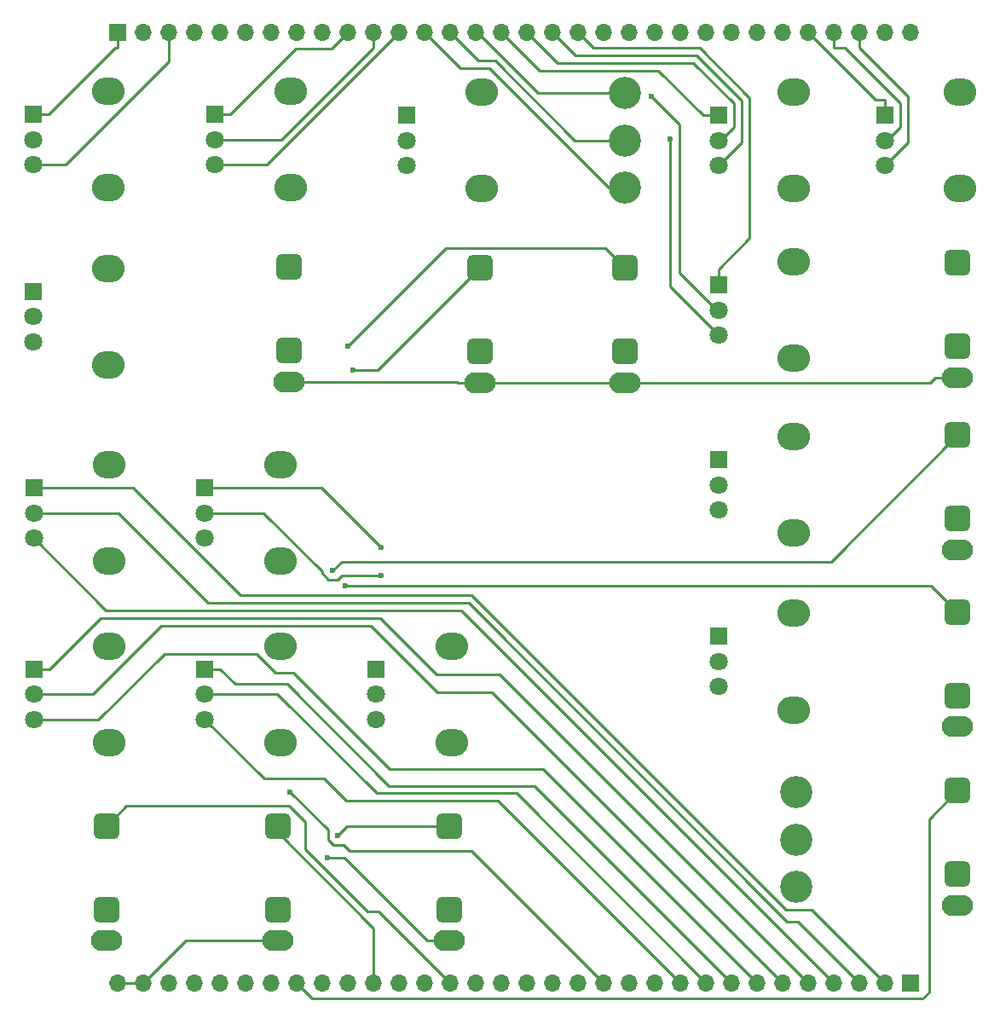
<source format=gbr>
%TF.GenerationSoftware,KiCad,Pcbnew,7.0.9*%
%TF.CreationDate,2024-05-31T23:58:34+01:00*%
%TF.ProjectId,VCO PANEL,56434f20-5041-44e4-954c-2e6b69636164,rev?*%
%TF.SameCoordinates,Original*%
%TF.FileFunction,Copper,L2,Bot*%
%TF.FilePolarity,Positive*%
%FSLAX46Y46*%
G04 Gerber Fmt 4.6, Leading zero omitted, Abs format (unit mm)*
G04 Created by KiCad (PCBNEW 7.0.9) date 2024-05-31 23:58:34*
%MOMM*%
%LPD*%
G01*
G04 APERTURE LIST*
G04 Aperture macros list*
%AMRoundRect*
0 Rectangle with rounded corners*
0 $1 Rounding radius*
0 $2 $3 $4 $5 $6 $7 $8 $9 X,Y pos of 4 corners*
0 Add a 4 corners polygon primitive as box body*
4,1,4,$2,$3,$4,$5,$6,$7,$8,$9,$2,$3,0*
0 Add four circle primitives for the rounded corners*
1,1,$1+$1,$2,$3*
1,1,$1+$1,$4,$5*
1,1,$1+$1,$6,$7*
1,1,$1+$1,$8,$9*
0 Add four rect primitives between the rounded corners*
20,1,$1+$1,$2,$3,$4,$5,0*
20,1,$1+$1,$4,$5,$6,$7,0*
20,1,$1+$1,$6,$7,$8,$9,0*
20,1,$1+$1,$8,$9,$2,$3,0*%
G04 Aperture macros list end*
%TA.AperFunction,ComponentPad*%
%ADD10R,1.700000X1.700000*%
%TD*%
%TA.AperFunction,ComponentPad*%
%ADD11O,1.700000X1.700000*%
%TD*%
%TA.AperFunction,ComponentPad*%
%ADD12RoundRect,0.650000X-0.650000X-0.650000X0.650000X-0.650000X0.650000X0.650000X-0.650000X0.650000X0*%
%TD*%
%TA.AperFunction,ComponentPad*%
%ADD13O,3.100000X2.100000*%
%TD*%
%TA.AperFunction,ComponentPad*%
%ADD14O,3.240000X2.720000*%
%TD*%
%TA.AperFunction,ComponentPad*%
%ADD15R,1.800000X1.800000*%
%TD*%
%TA.AperFunction,ComponentPad*%
%ADD16C,1.800000*%
%TD*%
%TA.AperFunction,ComponentPad*%
%ADD17C,3.200000*%
%TD*%
%TA.AperFunction,ViaPad*%
%ADD18C,0.600000*%
%TD*%
%TA.AperFunction,Conductor*%
%ADD19C,0.250000*%
%TD*%
G04 APERTURE END LIST*
D10*
%TO.P,J1,1,Pin_1*%
%TO.N,VCO1CoarsePot1*%
X104625000Y-53300000D03*
D11*
%TO.P,J1,2,Pin_2*%
%TO.N,VCO1CoarsePot2*%
X107165000Y-53300000D03*
%TO.P,J1,3,Pin_3*%
%TO.N,VCO1CoarsePot3*%
X109705000Y-53300000D03*
%TO.P,J1,4,Pin_4*%
%TO.N,VCO1FinePot1*%
X112245000Y-53300000D03*
%TO.P,J1,5,Pin_5*%
%TO.N,VCO1FinePot2*%
X114785000Y-53300000D03*
%TO.P,J1,6,Pin_6*%
%TO.N,VCO1FinePot3*%
X117325000Y-53300000D03*
%TO.P,J1,7,Pin_7*%
%TO.N,VCO1FMPot1*%
X119865000Y-53300000D03*
%TO.P,J1,8,Pin_8*%
%TO.N,VCO1FMPot2*%
X122405000Y-53300000D03*
%TO.P,J1,9,Pin_9*%
%TO.N,VCO1FMPot3*%
X124945000Y-53300000D03*
%TO.P,J1,10,Pin_10*%
%TO.N,VCO1PwmPot1*%
X127485000Y-53300000D03*
%TO.P,J1,11,Pin_11*%
%TO.N,VCO1PwmPot2*%
X130025000Y-53300000D03*
%TO.P,J1,12,Pin_12*%
%TO.N,VCO1PwmPot3*%
X132565000Y-53300000D03*
%TO.P,J1,13,Pin_13*%
%TO.N,SW1p1*%
X135105000Y-53300000D03*
%TO.P,J1,14,Pin_14*%
%TO.N,SW1p2*%
X137645000Y-53300000D03*
%TO.P,J1,15,Pin_15*%
%TO.N,SW1p3*%
X140185000Y-53300000D03*
%TO.P,J1,16,Pin_16*%
%TO.N,VCO2CoarsePot1*%
X142725000Y-53300000D03*
%TO.P,J1,17,Pin_17*%
%TO.N,VCO2CoarsePot2*%
X145265000Y-53300000D03*
%TO.P,J1,18,Pin_18*%
%TO.N,VCO2CoarsePot3*%
X147805000Y-53300000D03*
%TO.P,J1,19,Pin_19*%
%TO.N,VCO2FinePot1*%
X150345000Y-53300000D03*
%TO.P,J1,20,Pin_20*%
%TO.N,VCO2FinePot2*%
X152885000Y-53300000D03*
%TO.P,J1,21,Pin_21*%
%TO.N,VCO2FinePot3*%
X155425000Y-53300000D03*
%TO.P,J1,22,Pin_22*%
%TO.N,VCO2FMPot1*%
X157965000Y-53300000D03*
%TO.P,J1,23,Pin_23*%
%TO.N,VCO2FMPot2*%
X160505000Y-53300000D03*
%TO.P,J1,24,Pin_24*%
%TO.N,VCO2FMPot3*%
X163045000Y-53300000D03*
%TO.P,J1,25,Pin_25*%
%TO.N,VCO2PwmPot1*%
X165585000Y-53300000D03*
%TO.P,J1,26,Pin_26*%
%TO.N,VCO2PwmPot2*%
X168125000Y-53300000D03*
%TO.P,J1,27,Pin_27*%
%TO.N,VCO2PwmPot3*%
X170665000Y-53300000D03*
%TO.P,J1,28,Pin_28*%
%TO.N,VCO2IDKPot1*%
X173205000Y-53300000D03*
%TO.P,J1,29,Pin_29*%
%TO.N,VCO2IDKPot2*%
X175745000Y-53300000D03*
%TO.P,J1,30,Pin_30*%
%TO.N,VCO2IDKPot3*%
X178285000Y-53300000D03*
%TO.P,J1,31,Pin_31*%
%TO.N,SW2p1*%
X180825000Y-53300000D03*
%TO.P,J1,32,Pin_32*%
%TO.N,SW2p2*%
X183365000Y-53300000D03*
%TD*%
D12*
%TO.P,J5,R*%
%TO.N,unconnected-(J5-PadR)*%
X188000000Y-119130000D03*
D13*
%TO.P,J5,S*%
%TO.N,Ground*%
X188000000Y-122230000D03*
D12*
%TO.P,J5,T*%
%TO.N,fmIn2*%
X188000000Y-110830000D03*
%TD*%
D14*
%TO.P,RV9,*%
%TO.N,*%
X188275000Y-59200000D03*
X188275000Y-68800000D03*
D15*
%TO.P,RV9,1,1*%
%TO.N,VCO2IDKPot1*%
X180775000Y-61500000D03*
D16*
%TO.P,RV9,2,2*%
%TO.N,VCO2IDKPot2*%
X180775000Y-64000000D03*
%TO.P,RV9,3,3*%
%TO.N,VCO2IDKPot3*%
X180775000Y-66500000D03*
%TD*%
D12*
%TO.P,J11,R*%
%TO.N,unconnected-(J11-PadR)*%
X155000000Y-84972600D03*
D13*
%TO.P,J11,S*%
%TO.N,Ground*%
X155000000Y-88072600D03*
D12*
%TO.P,J11,T*%
%TO.N,vcoOut1*%
X155000000Y-76672600D03*
%TD*%
D14*
%TO.P,RV4,*%
%TO.N,*%
X121775000Y-59120000D03*
X121775000Y-68720000D03*
D15*
%TO.P,RV4,1,1*%
%TO.N,VCO1PwmPot1*%
X114275000Y-61420000D03*
D16*
%TO.P,RV4,2,2*%
%TO.N,VCO1PwmPot2*%
X114275000Y-63920000D03*
%TO.P,RV4,3,3*%
%TO.N,VCO1PwmPot3*%
X114275000Y-66420000D03*
%TD*%
D14*
%TO.P,RV8,*%
%TO.N,*%
X171775000Y-93400000D03*
X171775000Y-103000000D03*
D15*
%TO.P,RV8,1,1*%
%TO.N,VCO2PwmPot1*%
X164275000Y-95700000D03*
D16*
%TO.P,RV8,2,2*%
%TO.N,VCO2PwmPot2*%
X164275000Y-98200000D03*
%TO.P,RV8,3,3*%
%TO.N,VCO2PwmPot3*%
X164275000Y-100700000D03*
%TD*%
D12*
%TO.P,J10,R*%
%TO.N,unconnected-(J10-PadR)*%
X120500000Y-140380000D03*
D13*
%TO.P,J10,S*%
%TO.N,Ground*%
X120500000Y-143480000D03*
D12*
%TO.P,J10,T*%
%TO.N,fmIn3*%
X120500000Y-132080000D03*
%TD*%
D14*
%TO.P,RV2,*%
%TO.N,*%
X103682500Y-76700000D03*
X103682500Y-86300000D03*
D15*
%TO.P,RV2,1,1*%
%TO.N,VCO1FinePot1*%
X96182500Y-79000000D03*
D16*
%TO.P,RV2,2,2*%
%TO.N,VCO1FinePot2*%
X96182500Y-81500000D03*
%TO.P,RV2,3,3*%
%TO.N,VCO1FinePot3*%
X96182500Y-84000000D03*
%TD*%
D17*
%TO.P,SW2,1,A*%
%TO.N,SW2p1*%
X172000000Y-138150000D03*
%TO.P,SW2,2,B*%
%TO.N,SW2p2*%
X172000000Y-133450000D03*
%TO.P,SW2,3,C*%
%TO.N,SW2p3*%
X172000000Y-128750000D03*
%TD*%
D14*
%TO.P,RV3,*%
%TO.N,*%
X140775000Y-59200000D03*
X140775000Y-68800000D03*
D15*
%TO.P,RV3,1,1*%
%TO.N,VCO1FMPot1*%
X133275000Y-61500000D03*
D16*
%TO.P,RV3,2,2*%
%TO.N,VCO1FMPot2*%
X133275000Y-64000000D03*
%TO.P,RV3,3,3*%
%TO.N,VCO1FMPot3*%
X133275000Y-66500000D03*
%TD*%
D12*
%TO.P,J12,R*%
%TO.N,unconnected-(J12-PadR)*%
X137500000Y-140380000D03*
D13*
%TO.P,J12,S*%
%TO.N,Ground*%
X137500000Y-143480000D03*
D12*
%TO.P,J12,T*%
%TO.N,mixOut*%
X137500000Y-132080000D03*
%TD*%
D14*
%TO.P,RV13,*%
%TO.N,*%
X137775000Y-114200000D03*
X137775000Y-123800000D03*
D15*
%TO.P,RV13,1,1*%
%TO.N,VCO3WaveMixPot1*%
X130275000Y-116500000D03*
D16*
%TO.P,RV13,2,2*%
%TO.N,VCO3WaveMixPot2*%
X130275000Y-119000000D03*
%TO.P,RV13,3,3*%
%TO.N,VCO3WaveMixPot3*%
X130275000Y-121500000D03*
%TD*%
D14*
%TO.P,RV1,*%
%TO.N,*%
X103682500Y-59120000D03*
X103682500Y-68720000D03*
D15*
%TO.P,RV1,1,1*%
%TO.N,VCO1CoarsePot1*%
X96182500Y-61420000D03*
D16*
%TO.P,RV1,2,2*%
%TO.N,VCO1CoarsePot2*%
X96182500Y-63920000D03*
%TO.P,RV1,3,3*%
%TO.N,VCO1CoarsePot3*%
X96182500Y-66420000D03*
%TD*%
D14*
%TO.P,RV10,*%
%TO.N,*%
X103775000Y-96200000D03*
X103775000Y-105800000D03*
D15*
%TO.P,RV10,1,1*%
%TO.N,VCO3CoarsePot1*%
X96275000Y-98500000D03*
D16*
%TO.P,RV10,2,2*%
%TO.N,VCO3CoarsePot2*%
X96275000Y-101000000D03*
%TO.P,RV10,3,3*%
%TO.N,VCO3CoarsePot3*%
X96275000Y-103500000D03*
%TD*%
D14*
%TO.P,RV14,*%
%TO.N,*%
X120775000Y-96200000D03*
X120775000Y-105800000D03*
D15*
%TO.P,RV14,1,1*%
%TO.N,VCO3PwmPot1*%
X113275000Y-98500000D03*
D16*
%TO.P,RV14,2,2*%
%TO.N,VCO3PwmPot2*%
X113275000Y-101000000D03*
%TO.P,RV14,3,3*%
%TO.N,VCO3PwmPot3*%
X113275000Y-103500000D03*
%TD*%
D14*
%TO.P,RV11,*%
%TO.N,*%
X103775000Y-114200000D03*
X103775000Y-123800000D03*
D15*
%TO.P,RV11,1,1*%
%TO.N,VCO3FinePot1*%
X96275000Y-116500000D03*
D16*
%TO.P,RV11,2,2*%
%TO.N,VCO3FinePot2*%
X96275000Y-119000000D03*
%TO.P,RV11,3,3*%
%TO.N,VCO3FinePot3*%
X96275000Y-121500000D03*
%TD*%
D12*
%TO.P,J4,R*%
%TO.N,unconnected-(J4-PadR)*%
X103500000Y-140380000D03*
D13*
%TO.P,J4,S*%
%TO.N,Ground*%
X103500000Y-143480000D03*
D12*
%TO.P,J4,T*%
%TO.N,cvIn3*%
X103500000Y-132080000D03*
%TD*%
D10*
%TO.P,J2,1,Pin_1*%
%TO.N,SW2p3*%
X183375000Y-147700000D03*
D11*
%TO.P,J2,2,Pin_2*%
%TO.N,VCO3CoarsePot1*%
X180835000Y-147700000D03*
%TO.P,J2,3,Pin_3*%
%TO.N,VCO3CoarsePot2*%
X178295000Y-147700000D03*
%TO.P,J2,4,Pin_4*%
%TO.N,VCO3CoarsePot3*%
X175755000Y-147700000D03*
%TO.P,J2,5,Pin_5*%
%TO.N,VCO3FinePot1*%
X173215000Y-147700000D03*
%TO.P,J2,6,Pin_6*%
%TO.N,VCO3FinePot2*%
X170675000Y-147700000D03*
%TO.P,J2,7,Pin_7*%
%TO.N,VCO3FinePot3*%
X168135000Y-147700000D03*
%TO.P,J2,8,Pin_8*%
%TO.N,VCO3FMPot1*%
X165595000Y-147700000D03*
%TO.P,J2,9,Pin_9*%
%TO.N,VCO3FMPot2*%
X163055000Y-147700000D03*
%TO.P,J2,10,Pin_10*%
%TO.N,VCO3FMPot3*%
X160515000Y-147700000D03*
%TO.P,J2,11,Pin_11*%
%TO.N,VCO3PwmPot1*%
X157975000Y-147700000D03*
%TO.P,J2,12,Pin_12*%
%TO.N,VCO3PwmPot2*%
X155435000Y-147700000D03*
%TO.P,J2,13,Pin_13*%
%TO.N,VCO3PwmPot3*%
X152895000Y-147700000D03*
%TO.P,J2,14,Pin_14*%
%TO.N,VCO3WaveMixPot1*%
X150355000Y-147700000D03*
%TO.P,J2,15,Pin_15*%
%TO.N,VCO3WaveMixPot2*%
X147815000Y-147700000D03*
%TO.P,J2,16,Pin_16*%
%TO.N,VCO3WaveMixPot3*%
X145275000Y-147700000D03*
%TO.P,J2,17,Pin_17*%
%TO.N,cvIn1*%
X142735000Y-147700000D03*
%TO.P,J2,18,Pin_18*%
%TO.N,cvIn2*%
X140195000Y-147700000D03*
%TO.P,J2,19,Pin_19*%
%TO.N,cvIn3*%
X137655000Y-147700000D03*
%TO.P,J2,20,Pin_20*%
%TO.N,fmIn1*%
X135115000Y-147700000D03*
%TO.P,J2,21,Pin_21*%
%TO.N,fmIn2*%
X132575000Y-147700000D03*
%TO.P,J2,22,Pin_22*%
%TO.N,fmIn3*%
X130035000Y-147700000D03*
%TO.P,J2,23,Pin_23*%
%TO.N,pwmIn*%
X127495000Y-147700000D03*
%TO.P,J2,24,Pin_24*%
%TO.N,vcoOut1*%
X124955000Y-147700000D03*
%TO.P,J2,25,Pin_25*%
%TO.N,vcoOut2*%
X122415000Y-147700000D03*
%TO.P,J2,26,Pin_26*%
%TO.N,mixOut*%
X119875000Y-147700000D03*
%TO.P,J2,27,Pin_27*%
%TO.N,unconnected-(J2-Pin_27-Pad27)*%
X117335000Y-147700000D03*
%TO.P,J2,28,Pin_28*%
%TO.N,unconnected-(J2-Pin_28-Pad28)*%
X114795000Y-147700000D03*
%TO.P,J2,29,Pin_29*%
%TO.N,unconnected-(J2-Pin_29-Pad29)*%
X112255000Y-147700000D03*
%TO.P,J2,30,Pin_30*%
%TO.N,unconnected-(J2-Pin_30-Pad30)*%
X109715000Y-147700000D03*
%TO.P,J2,31,Pin_31*%
%TO.N,Ground*%
X107175000Y-147700000D03*
%TO.P,J2,32,Pin_32*%
X104635000Y-147700000D03*
%TD*%
D12*
%TO.P,J6,R*%
%TO.N,unconnected-(J6-PadR)*%
X188000000Y-101580000D03*
D13*
%TO.P,J6,S*%
%TO.N,Ground*%
X188000000Y-104680000D03*
D12*
%TO.P,J6,T*%
%TO.N,pwmIn*%
X188000000Y-93280000D03*
%TD*%
%TO.P,J7,R*%
%TO.N,unconnected-(J7-PadR)*%
X188000000Y-136880000D03*
D13*
%TO.P,J7,S*%
%TO.N,Ground*%
X188000000Y-139980000D03*
D12*
%TO.P,J7,T*%
%TO.N,vcoOut2*%
X188000000Y-128580000D03*
%TD*%
D14*
%TO.P,RV12,*%
%TO.N,*%
X120775000Y-114200000D03*
X120775000Y-123800000D03*
D15*
%TO.P,RV12,1,1*%
%TO.N,VCO3FMPot1*%
X113275000Y-116500000D03*
D16*
%TO.P,RV12,2,2*%
%TO.N,VCO3FMPot2*%
X113275000Y-119000000D03*
%TO.P,RV12,3,3*%
%TO.N,VCO3FMPot3*%
X113275000Y-121500000D03*
%TD*%
D14*
%TO.P,RV5,*%
%TO.N,*%
X171775000Y-59200000D03*
X171775000Y-68800000D03*
D15*
%TO.P,RV5,1,1*%
%TO.N,VCO2CoarsePot1*%
X164275000Y-61500000D03*
D16*
%TO.P,RV5,2,2*%
%TO.N,VCO2CoarsePot2*%
X164275000Y-64000000D03*
%TO.P,RV5,3,3*%
%TO.N,VCO2CoarsePot3*%
X164275000Y-66500000D03*
%TD*%
D12*
%TO.P,J3,R*%
%TO.N,unconnected-(J3-PadR)*%
X121592500Y-84880000D03*
D13*
%TO.P,J3,S*%
%TO.N,Ground*%
X121592500Y-87980000D03*
D12*
%TO.P,J3,T*%
%TO.N,cvIn1*%
X121592500Y-76580000D03*
%TD*%
%TO.P,J8,R*%
%TO.N,unconnected-(J8-PadR)*%
X188000000Y-84430000D03*
D13*
%TO.P,J8,S*%
%TO.N,Ground*%
X188000000Y-87530000D03*
D12*
%TO.P,J8,T*%
%TO.N,cvIn2*%
X188000000Y-76130000D03*
%TD*%
D17*
%TO.P,SW1,1,A*%
%TO.N,SW1p1*%
X155000000Y-68700000D03*
%TO.P,SW1,2,B*%
%TO.N,SW1p2*%
X155000000Y-64000000D03*
%TO.P,SW1,3,C*%
%TO.N,SW1p3*%
X155000000Y-59300000D03*
%TD*%
D12*
%TO.P,J9,R*%
%TO.N,unconnected-(J9-PadR)*%
X140592500Y-84960000D03*
D13*
%TO.P,J9,S*%
%TO.N,Ground*%
X140592500Y-88060000D03*
D12*
%TO.P,J9,T*%
%TO.N,fmIn1*%
X140592500Y-76660000D03*
%TD*%
D14*
%TO.P,RV6,*%
%TO.N,*%
X171775000Y-76050000D03*
X171775000Y-85650000D03*
D15*
%TO.P,RV6,1,1*%
%TO.N,VCO2FinePot1*%
X164275000Y-78350000D03*
D16*
%TO.P,RV6,2,2*%
%TO.N,VCO2FinePot2*%
X164275000Y-80850000D03*
%TO.P,RV6,3,3*%
%TO.N,VCO2FinePot3*%
X164275000Y-83350000D03*
%TD*%
D14*
%TO.P,RV7,*%
%TO.N,*%
X171775000Y-110950000D03*
X171775000Y-120550000D03*
D15*
%TO.P,RV7,1,1*%
%TO.N,VCO2FMPot1*%
X164275000Y-113250000D03*
D16*
%TO.P,RV7,2,2*%
%TO.N,VCO2FMPot2*%
X164275000Y-115750000D03*
%TO.P,RV7,3,3*%
%TO.N,VCO2FMPot3*%
X164275000Y-118250000D03*
%TD*%
D18*
%TO.N,VCO2FinePot2*%
X157638300Y-59644900D03*
%TO.N,VCO2FinePot3*%
X159478200Y-63836000D03*
%TO.N,VCO3PwmPot1*%
X130791300Y-104422400D03*
%TO.N,VCO3PwmPot2*%
X130791300Y-107210200D03*
%TO.N,VCO3PwmPot3*%
X121734900Y-128707900D03*
%TO.N,fmIn1*%
X127960100Y-86825100D03*
%TO.N,fmIn2*%
X127202600Y-108204400D03*
%TO.N,pwmIn*%
X125932200Y-106733300D03*
%TO.N,vcoOut1*%
X127446900Y-84460700D03*
%TO.N,mixOut*%
X126419700Y-133043500D03*
%TO.N,Ground*%
X125401600Y-135241300D03*
%TD*%
D19*
%TO.N,VCO1CoarsePot1*%
X97709200Y-61420000D02*
X104352500Y-54776700D01*
X104625000Y-53300000D02*
X104625000Y-54776700D01*
X96182500Y-61420000D02*
X97709200Y-61420000D01*
X104352500Y-54776700D02*
X104625000Y-54776700D01*
%TO.N,VCO1CoarsePot3*%
X96182500Y-66420000D02*
X99460100Y-66420000D01*
X99460100Y-66420000D02*
X109705000Y-56175100D01*
X109705000Y-56175100D02*
X109705000Y-53300000D01*
%TO.N,VCO1PwmPot1*%
X115801700Y-61420000D02*
X122295500Y-54926200D01*
X122295500Y-54926200D02*
X125858800Y-54926200D01*
X125858800Y-54926200D02*
X127485000Y-53300000D01*
X114275000Y-61420000D02*
X115801700Y-61420000D01*
%TO.N,VCO1PwmPot2*%
X130025000Y-53300000D02*
X130025000Y-54776700D01*
X114275000Y-63920000D02*
X120881700Y-63920000D01*
X120881700Y-63920000D02*
X130025000Y-54776700D01*
%TO.N,VCO1PwmPot3*%
X114275000Y-66420000D02*
X119445000Y-66420000D01*
X119445000Y-66420000D02*
X132565000Y-53300000D01*
%TO.N,SW1p1*%
X153383100Y-68700000D02*
X141528400Y-56845300D01*
X138650300Y-56845300D02*
X135105000Y-53300000D01*
X141528400Y-56845300D02*
X138650300Y-56845300D01*
X155000000Y-68700000D02*
X153383100Y-68700000D01*
%TO.N,SW1p2*%
X142095300Y-56093600D02*
X140438600Y-56093600D01*
X155000000Y-64000000D02*
X150001700Y-64000000D01*
X150001700Y-64000000D02*
X142095300Y-56093600D01*
X140438600Y-56093600D02*
X137645000Y-53300000D01*
%TO.N,SW1p3*%
X140366900Y-53300000D02*
X140185000Y-53300000D01*
X146366900Y-59300000D02*
X140366900Y-53300000D01*
X155000000Y-59300000D02*
X146366900Y-59300000D01*
%TO.N,VCO2CoarsePot1*%
X146477900Y-57052900D02*
X158301200Y-57052900D01*
X164275000Y-61500000D02*
X162748300Y-61500000D01*
X142725000Y-53300000D02*
X146477900Y-57052900D01*
X158301200Y-57052900D02*
X162748300Y-61500000D01*
%TO.N,VCO2CoarsePot2*%
X161762500Y-56301200D02*
X165801700Y-60340400D01*
X148266200Y-56301200D02*
X161762500Y-56301200D01*
X165801700Y-62659600D02*
X164461300Y-64000000D01*
X165801700Y-60340400D02*
X165801700Y-62659600D01*
X145265000Y-53300000D02*
X148266200Y-56301200D01*
X164461300Y-64000000D02*
X164275000Y-64000000D01*
%TO.N,VCO2CoarsePot3*%
X150054400Y-55549400D02*
X162093000Y-55549400D01*
X166560100Y-64214900D02*
X164275000Y-66500000D01*
X147805000Y-53300000D02*
X150054400Y-55549400D01*
X166560100Y-60016500D02*
X166560100Y-64214900D01*
X162093000Y-55549400D02*
X166560100Y-60016500D01*
%TO.N,VCO2FinePot1*%
X167376100Y-59769400D02*
X162393300Y-54786600D01*
X167376100Y-73722200D02*
X167376100Y-59769400D01*
X162393300Y-54786600D02*
X151831600Y-54786600D01*
X164275000Y-78350000D02*
X164275000Y-76823300D01*
X151831600Y-54786600D02*
X150345000Y-53300000D01*
X164275000Y-76823300D02*
X167376100Y-73722200D01*
%TO.N,VCO2FinePot2*%
X160404900Y-62411500D02*
X157638300Y-59644900D01*
X160404900Y-77166600D02*
X160404900Y-62411500D01*
X164088300Y-80850000D02*
X160404900Y-77166600D01*
X164275000Y-80850000D02*
X164088300Y-80850000D01*
%TO.N,VCO2FinePot3*%
X159478200Y-78553200D02*
X159478200Y-63836000D01*
X164275000Y-83350000D02*
X159478200Y-78553200D01*
%TO.N,VCO2IDKPot1*%
X179878300Y-59973300D02*
X180775000Y-59973300D01*
X180775000Y-61500000D02*
X180775000Y-59973300D01*
X173205000Y-53300000D02*
X179878300Y-59973300D01*
%TO.N,VCO2IDKPot2*%
X182301700Y-60289100D02*
X176789300Y-54776700D01*
X180961300Y-64000000D02*
X182301700Y-62659600D01*
X176789300Y-54776700D02*
X175745000Y-54776700D01*
X182301700Y-62659600D02*
X182301700Y-60289100D01*
X175745000Y-53300000D02*
X175745000Y-54776700D01*
X180775000Y-64000000D02*
X180961300Y-64000000D01*
%TO.N,VCO2IDKPot3*%
X178285000Y-53300000D02*
X178285000Y-54776700D01*
X183105500Y-59597200D02*
X178285000Y-54776700D01*
X183105500Y-64169500D02*
X183105500Y-59597200D01*
X180775000Y-66500000D02*
X183105500Y-64169500D01*
%TO.N,VCO3CoarsePot1*%
X96275000Y-98500000D02*
X106116000Y-98500000D01*
X116770500Y-109154500D02*
X139749500Y-109154500D01*
X106116000Y-98500000D02*
X116770500Y-109154500D01*
X173545200Y-140410200D02*
X180835000Y-147700000D01*
X139749500Y-109154500D02*
X171005200Y-140410200D01*
X171005200Y-140410200D02*
X173545200Y-140410200D01*
%TO.N,VCO3CoarsePot2*%
X104684000Y-101000000D02*
X113599000Y-109915000D01*
X139446900Y-109915000D02*
X171104100Y-141572200D01*
X172167200Y-141572200D02*
X178295000Y-147700000D01*
X113599000Y-109915000D02*
X139446900Y-109915000D01*
X171104100Y-141572200D02*
X172167200Y-141572200D01*
X96275000Y-101000000D02*
X104684000Y-101000000D01*
%TO.N,VCO3CoarsePot3*%
X138721800Y-110666800D02*
X175755000Y-147700000D01*
X96275000Y-103500000D02*
X103441800Y-110666800D01*
X103441800Y-110666800D02*
X138721800Y-110666800D01*
%TO.N,VCO3FinePot1*%
X96275000Y-116500000D02*
X97801700Y-116500000D01*
X102868100Y-111433600D02*
X130686400Y-111433600D01*
X97801700Y-116500000D02*
X102868100Y-111433600D01*
X130686400Y-111433600D02*
X136248800Y-116996000D01*
X136248800Y-116996000D02*
X142511000Y-116996000D01*
X142511000Y-116996000D02*
X173215000Y-147700000D01*
%TO.N,VCO3FinePot2*%
X102134900Y-119000000D02*
X108949600Y-112185300D01*
X108949600Y-112185300D02*
X129743600Y-112185300D01*
X96275000Y-119000000D02*
X102134900Y-119000000D01*
X141753200Y-118778200D02*
X170675000Y-147700000D01*
X129743600Y-112185300D02*
X136336500Y-118778200D01*
X136336500Y-118778200D02*
X141753200Y-118778200D01*
%TO.N,VCO3FinePot3*%
X120299000Y-116876700D02*
X122052200Y-116876700D01*
X118395600Y-114973300D02*
X120299000Y-116876700D01*
X102694900Y-121500000D02*
X109221600Y-114973300D01*
X109221600Y-114973300D02*
X118395600Y-114973300D01*
X122052200Y-116876700D02*
X131621500Y-126446000D01*
X96275000Y-121500000D02*
X102694900Y-121500000D01*
X131621500Y-126446000D02*
X146881000Y-126446000D01*
X146881000Y-126446000D02*
X168135000Y-147700000D01*
%TO.N,VCO3FMPot1*%
X131507700Y-128085400D02*
X145980400Y-128085400D01*
X113275000Y-116500000D02*
X114801700Y-116500000D01*
X145980400Y-128085400D02*
X165595000Y-147700000D01*
X121425700Y-118003400D02*
X131507700Y-128085400D01*
X116305100Y-118003400D02*
X121425700Y-118003400D01*
X114801700Y-116500000D02*
X116305100Y-118003400D01*
%TO.N,VCO3FMPot2*%
X113275000Y-119000000D02*
X120466000Y-119000000D01*
X144192100Y-128837100D02*
X163055000Y-147700000D01*
X120466000Y-119000000D02*
X130303100Y-128837100D01*
X130303100Y-128837100D02*
X144192100Y-128837100D01*
%TO.N,VCO3FMPot3*%
X142403800Y-129588800D02*
X160515000Y-147700000D01*
X113275000Y-121500000D02*
X119157200Y-127382200D01*
X125114100Y-127382200D02*
X127320700Y-129588800D01*
X127320700Y-129588800D02*
X142403800Y-129588800D01*
X119157200Y-127382200D02*
X125114100Y-127382200D01*
%TO.N,VCO3PwmPot1*%
X113275000Y-98500000D02*
X124868900Y-98500000D01*
X124868900Y-98500000D02*
X130791300Y-104422400D01*
%TO.N,VCO3PwmPot2*%
X125549200Y-107661500D02*
X126434700Y-107661500D01*
X124881900Y-106994200D02*
X125549200Y-107661500D01*
X113275000Y-101000000D02*
X119050600Y-101000000D01*
X124881900Y-106831300D02*
X124881900Y-106994200D01*
X126434700Y-107661500D02*
X126886000Y-107210200D01*
X126886000Y-107210200D02*
X130791300Y-107210200D01*
X119050600Y-101000000D02*
X124881900Y-106831300D01*
%TO.N,VCO3PwmPot3*%
X125493000Y-132466000D02*
X121734900Y-128707900D01*
X126035900Y-133970200D02*
X125493000Y-133427300D01*
X139762100Y-134567100D02*
X127594100Y-134567100D01*
X125493000Y-133427300D02*
X125493000Y-132466000D01*
X126997200Y-133970200D02*
X126035900Y-133970200D01*
X152895000Y-147700000D02*
X139762100Y-134567100D01*
X127594100Y-134567100D02*
X126997200Y-133970200D01*
%TO.N,cvIn3*%
X130550000Y-140595000D02*
X137655000Y-147700000D01*
X129443800Y-140595000D02*
X130550000Y-140595000D01*
X123203000Y-131681100D02*
X123203000Y-134354200D01*
X121621000Y-130099100D02*
X123203000Y-131681100D01*
X103500000Y-132080000D02*
X105480900Y-130099100D01*
X123203000Y-134354200D02*
X129443800Y-140595000D01*
X105480900Y-130099100D02*
X121621000Y-130099100D01*
%TO.N,fmIn1*%
X140592500Y-76660000D02*
X130427400Y-86825100D01*
X130427400Y-86825100D02*
X127960100Y-86825100D01*
%TO.N,fmIn2*%
X185374400Y-108204400D02*
X127202600Y-108204400D01*
X188000000Y-110830000D02*
X185374400Y-108204400D01*
%TO.N,fmIn3*%
X130035000Y-142249400D02*
X130035000Y-147700000D01*
X120500000Y-132714400D02*
X130035000Y-142249400D01*
X120500000Y-132080000D02*
X120500000Y-132714400D01*
%TO.N,pwmIn*%
X175463700Y-105816300D02*
X126849200Y-105816300D01*
X188000000Y-93280000D02*
X175463700Y-105816300D01*
X126849200Y-105816300D02*
X125932200Y-106733300D01*
%TO.N,vcoOut1*%
X153053100Y-74725700D02*
X137181900Y-74725700D01*
X155000000Y-76672600D02*
X153053100Y-74725700D01*
X137181900Y-74725700D02*
X127446900Y-84460700D01*
%TO.N,vcoOut2*%
X185168100Y-131411900D02*
X185168100Y-148582700D01*
X184550400Y-149200400D02*
X123915400Y-149200400D01*
X185168100Y-148582700D02*
X184550400Y-149200400D01*
X123915400Y-149200400D02*
X122415000Y-147700000D01*
X188000000Y-128580000D02*
X185168100Y-131411900D01*
%TO.N,mixOut*%
X127383200Y-132080000D02*
X126419700Y-133043500D01*
X137500000Y-132080000D02*
X127383200Y-132080000D01*
%TO.N,Ground*%
X120500000Y-143480000D02*
X111395000Y-143480000D01*
X135323300Y-143480000D02*
X127084600Y-135241300D01*
X139504200Y-88060000D02*
X140592500Y-88060000D01*
X138335800Y-87980000D02*
X138415800Y-88060000D01*
X107175000Y-147700000D02*
X106111700Y-147700000D01*
X104635000Y-147700000D02*
X106111700Y-147700000D01*
X137500000Y-143480000D02*
X135323300Y-143480000D01*
X127084600Y-135241300D02*
X125401600Y-135241300D01*
X140592500Y-88060000D02*
X152810700Y-88060000D01*
X155000000Y-88072600D02*
X152823300Y-88072600D01*
X139504200Y-88060000D02*
X138415800Y-88060000D01*
X155000000Y-88072600D02*
X185280700Y-88072600D01*
X185280700Y-88072600D02*
X185823300Y-87530000D01*
X121592500Y-87980000D02*
X138335800Y-87980000D01*
X152810700Y-88060000D02*
X152823300Y-88072600D01*
X111395000Y-143480000D02*
X107175000Y-147700000D01*
X188000000Y-87530000D02*
X185823300Y-87530000D01*
%TD*%
M02*

</source>
